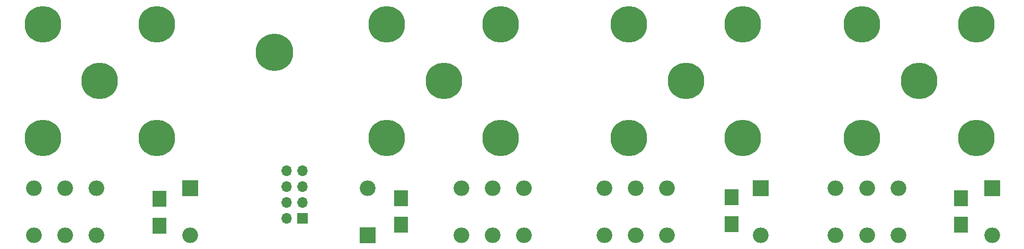
<source format=gbs>
G04 #@! TF.GenerationSoftware,KiCad,Pcbnew,7.0.9-7.0.9~ubuntu20.04.1*
G04 #@! TF.CreationDate,2023-12-17T17:55:53+01:00*
G04 #@! TF.ProjectId,PL_switch,504c5f73-7769-4746-9368-2e6b69636164,1.0*
G04 #@! TF.SameCoordinates,Original*
G04 #@! TF.FileFunction,Soldermask,Bot*
G04 #@! TF.FilePolarity,Negative*
%FSLAX46Y46*%
G04 Gerber Fmt 4.6, Leading zero omitted, Abs format (unit mm)*
G04 Created by KiCad (PCBNEW 7.0.9-7.0.9~ubuntu20.04.1) date 2023-12-17 17:55:53*
%MOMM*%
%LPD*%
G01*
G04 APERTURE LIST*
%ADD10R,2.500000X2.500000*%
%ADD11O,2.500000X2.500000*%
%ADD12C,5.842000*%
%ADD13R,1.700000X1.700000*%
%ADD14O,1.700000X1.700000*%
%ADD15C,6.000000*%
%ADD16R,2.300000X2.500000*%
G04 APERTURE END LIST*
D10*
X215646000Y-106294500D03*
D11*
X200646000Y-106294500D03*
X195646000Y-106294500D03*
X190646000Y-106294500D03*
X190646000Y-113794500D03*
X195646000Y-113794500D03*
X200646000Y-113794500D03*
X215646000Y-113794500D03*
D12*
X204000000Y-89100000D03*
X194881400Y-98218600D03*
X194881400Y-79981400D03*
X213118600Y-79981400D03*
X213118600Y-98218600D03*
D13*
X105410000Y-111125000D03*
D14*
X102870000Y-111125000D03*
X105410000Y-108585000D03*
X102870000Y-108585000D03*
X105410000Y-106045000D03*
X102870000Y-106045000D03*
X105410000Y-103505000D03*
X102870000Y-103505000D03*
D15*
X100965000Y-84510000D03*
D12*
X128016000Y-89100000D03*
X118897400Y-98218600D03*
X137134600Y-98218600D03*
X118897400Y-79981400D03*
X137134600Y-79981400D03*
X73025000Y-89100000D03*
X82143600Y-79981400D03*
X63906400Y-98218600D03*
X63906400Y-79981400D03*
X82143600Y-98218600D03*
X166700000Y-89100000D03*
X157581400Y-98218600D03*
X175818600Y-98218600D03*
X175818600Y-79981400D03*
X157581400Y-79981400D03*
D10*
X178689000Y-106294500D03*
D11*
X163689000Y-106294500D03*
X158689000Y-106294500D03*
X153689000Y-106294500D03*
X153689000Y-113794500D03*
X158689000Y-113794500D03*
X163689000Y-113794500D03*
X178689000Y-113794500D03*
D10*
X115824000Y-113792000D03*
D11*
X130824000Y-113792000D03*
X135824000Y-113792000D03*
X140824000Y-113792000D03*
X140824000Y-106292000D03*
X135824000Y-106292000D03*
X130824000Y-106292000D03*
X115824000Y-106292000D03*
D10*
X87475500Y-106294500D03*
D11*
X72475500Y-106294500D03*
X67475500Y-106294500D03*
X62475500Y-106294500D03*
X62475500Y-113794500D03*
X67475500Y-113794500D03*
X72475500Y-113794500D03*
X87475500Y-113794500D03*
D16*
X173990000Y-112005000D03*
X173990000Y-107705000D03*
X82550000Y-107959000D03*
X82550000Y-112259000D03*
X210693000Y-112132000D03*
X210693000Y-107832000D03*
X121158000Y-107832000D03*
X121158000Y-112132000D03*
M02*

</source>
